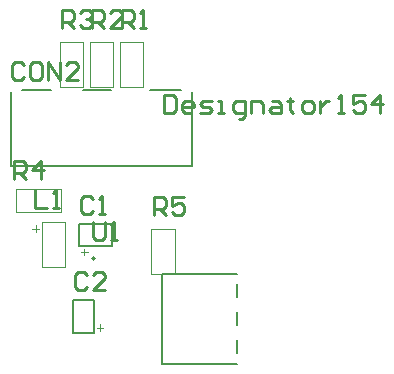
<source format=gto>
G04*
G04 #@! TF.GenerationSoftware,Altium Limited,Altium Designer,22.9.1 (49)*
G04*
G04 Layer_Color=65535*
%FSLAX25Y25*%
%MOIN*%
G70*
G04*
G04 #@! TF.SameCoordinates,48678A20-E73A-45B2-88C3-2CBFC3E8533A*
G04*
G04*
G04 #@! TF.FilePolarity,Positive*
G04*
G01*
G75*
%ADD10C,0.00787*%
%ADD11C,0.00394*%
%ADD12C,0.01000*%
D10*
X32852Y44150D02*
G03*
X32852Y44150I-557J0D01*
G01*
X55251Y9060D02*
Y38961D01*
X80130D01*
X55251Y9060D02*
X80130D01*
Y12583D02*
Y16913D01*
Y31284D02*
Y35614D01*
Y22031D02*
Y26362D01*
X28701Y100417D02*
X38150D01*
X4685Y74934D02*
X65307D01*
X4685D02*
Y99630D01*
X65307Y74934D02*
Y99630D01*
X51142Y100417D02*
X61378D01*
X8622D02*
X18071D01*
X25354Y19339D02*
X32441D01*
Y30362D01*
X25354D02*
X32441D01*
X25354Y19339D02*
Y30362D01*
X27488Y48457D02*
Y55543D01*
Y48457D02*
X38512D01*
Y55543D01*
X27488D02*
X38512D01*
D11*
X13094Y52937D02*
Y55299D01*
X11913Y54118D02*
X14276D01*
X22937Y41520D02*
Y56480D01*
X15063Y41520D02*
X22937D01*
X15063D02*
Y56480D01*
X22937D01*
X6520Y59563D02*
Y67437D01*
Y59563D02*
X21480D01*
Y67437D01*
X6520D02*
X21480D01*
X21063Y116480D02*
X28937D01*
X21063Y101520D02*
Y116480D01*
Y101520D02*
X28937D01*
Y116480D01*
X31063D02*
X38937D01*
X31063Y101520D02*
Y116480D01*
Y101520D02*
X38937D01*
Y116480D01*
X41063D02*
X48937D01*
X41063Y101520D02*
Y116480D01*
Y101520D02*
X48937D01*
Y116480D01*
X51563Y53980D02*
X59437D01*
X51563Y39020D02*
Y53980D01*
Y39020D02*
X59437D01*
Y53980D01*
X34541Y20126D02*
Y22225D01*
X33492Y21175D02*
X35590D01*
X28276Y46357D02*
X30375D01*
X29325Y47406D02*
Y45307D01*
D12*
X12700Y67098D02*
Y61100D01*
X16699D01*
X18698D02*
X20697D01*
X19698D01*
Y67098D01*
X18698Y66098D01*
X55900Y98598D02*
Y92600D01*
X58899D01*
X59899Y93600D01*
Y97598D01*
X58899Y98598D01*
X55900D01*
X64897Y92600D02*
X62898D01*
X61898Y93600D01*
Y95599D01*
X62898Y96599D01*
X64897D01*
X65897Y95599D01*
Y94599D01*
X61898D01*
X67896Y92600D02*
X70895D01*
X71895Y93600D01*
X70895Y94599D01*
X68896D01*
X67896Y95599D01*
X68896Y96599D01*
X71895D01*
X73894Y92600D02*
X75893D01*
X74894D01*
Y96599D01*
X73894D01*
X80892Y90601D02*
X81892D01*
X82891Y91600D01*
Y96599D01*
X79892D01*
X78893Y95599D01*
Y93600D01*
X79892Y92600D01*
X82891D01*
X84891D02*
Y96599D01*
X87890D01*
X88889Y95599D01*
Y92600D01*
X91888Y96599D02*
X93888D01*
X94887Y95599D01*
Y92600D01*
X91888D01*
X90889Y93600D01*
X91888Y94599D01*
X94887D01*
X97886Y97598D02*
Y96599D01*
X96887D01*
X98886D01*
X97886D01*
Y93600D01*
X98886Y92600D01*
X102885D02*
X104884D01*
X105884Y93600D01*
Y95599D01*
X104884Y96599D01*
X102885D01*
X101885Y95599D01*
Y93600D01*
X102885Y92600D01*
X107883Y96599D02*
Y92600D01*
Y94599D01*
X108883Y95599D01*
X109882Y96599D01*
X110882D01*
X113881Y92600D02*
X115881D01*
X114881D01*
Y98598D01*
X113881Y97598D01*
X122878Y98598D02*
X118880D01*
Y95599D01*
X120879Y96599D01*
X121879D01*
X122878Y95599D01*
Y93600D01*
X121879Y92600D01*
X119879D01*
X118880Y93600D01*
X127877Y92600D02*
Y98598D01*
X124878Y95599D01*
X128876D01*
X9299Y108798D02*
X8299Y109798D01*
X6300D01*
X5300Y108798D01*
Y104800D01*
X6300Y103800D01*
X8299D01*
X9299Y104800D01*
X14297Y109798D02*
X12298D01*
X11298Y108798D01*
Y104800D01*
X12298Y103800D01*
X14297D01*
X15297Y104800D01*
Y108798D01*
X14297Y109798D01*
X17296Y103800D02*
Y109798D01*
X21295Y103800D01*
Y109798D01*
X27293Y103800D02*
X23294D01*
X27293Y107799D01*
Y108798D01*
X26293Y109798D01*
X24294D01*
X23294Y108798D01*
X5900Y70600D02*
Y76598D01*
X8899D01*
X9899Y75598D01*
Y73599D01*
X8899Y72599D01*
X5900D01*
X7899D02*
X9899Y70600D01*
X14897D02*
Y76598D01*
X11898Y73599D01*
X15897D01*
X21900Y121100D02*
Y127098D01*
X24899D01*
X25899Y126098D01*
Y124099D01*
X24899Y123099D01*
X21900D01*
X23899D02*
X25899Y121100D01*
X27898Y126098D02*
X28898Y127098D01*
X30897D01*
X31897Y126098D01*
Y125099D01*
X30897Y124099D01*
X29897D01*
X30897D01*
X31897Y123099D01*
Y122100D01*
X30897Y121100D01*
X28898D01*
X27898Y122100D01*
X31900Y121100D02*
Y127098D01*
X34899D01*
X35899Y126098D01*
Y124099D01*
X34899Y123099D01*
X31900D01*
X33899D02*
X35899Y121100D01*
X41897D02*
X37898D01*
X41897Y125099D01*
Y126098D01*
X40897Y127098D01*
X38898D01*
X37898Y126098D01*
X41900Y121100D02*
Y127098D01*
X44899D01*
X45899Y126098D01*
Y124099D01*
X44899Y123099D01*
X41900D01*
X43899D02*
X45899Y121100D01*
X47898D02*
X49897D01*
X48898D01*
Y127098D01*
X47898Y126098D01*
X32300Y56398D02*
Y51400D01*
X33300Y50400D01*
X35299D01*
X36299Y51400D01*
Y56398D01*
X38298Y50400D02*
X40297D01*
X39298D01*
Y56398D01*
X38298Y55398D01*
X29999Y38798D02*
X28999Y39798D01*
X27000D01*
X26000Y38798D01*
Y34800D01*
X27000Y33800D01*
X28999D01*
X29999Y34800D01*
X35997Y33800D02*
X31998D01*
X35997Y37799D01*
Y38798D01*
X34997Y39798D01*
X32998D01*
X31998Y38798D01*
X32099Y63898D02*
X31099Y64898D01*
X29100D01*
X28100Y63898D01*
Y59900D01*
X29100Y58900D01*
X31099D01*
X32099Y59900D01*
X34098Y58900D02*
X36097D01*
X35098D01*
Y64898D01*
X34098Y63898D01*
X52400Y58600D02*
Y64598D01*
X55399D01*
X56399Y63598D01*
Y61599D01*
X55399Y60599D01*
X52400D01*
X54399D02*
X56399Y58600D01*
X62397Y64598D02*
X58398D01*
Y61599D01*
X60397Y62599D01*
X61397D01*
X62397Y61599D01*
Y59600D01*
X61397Y58600D01*
X59398D01*
X58398Y59600D01*
M02*

</source>
